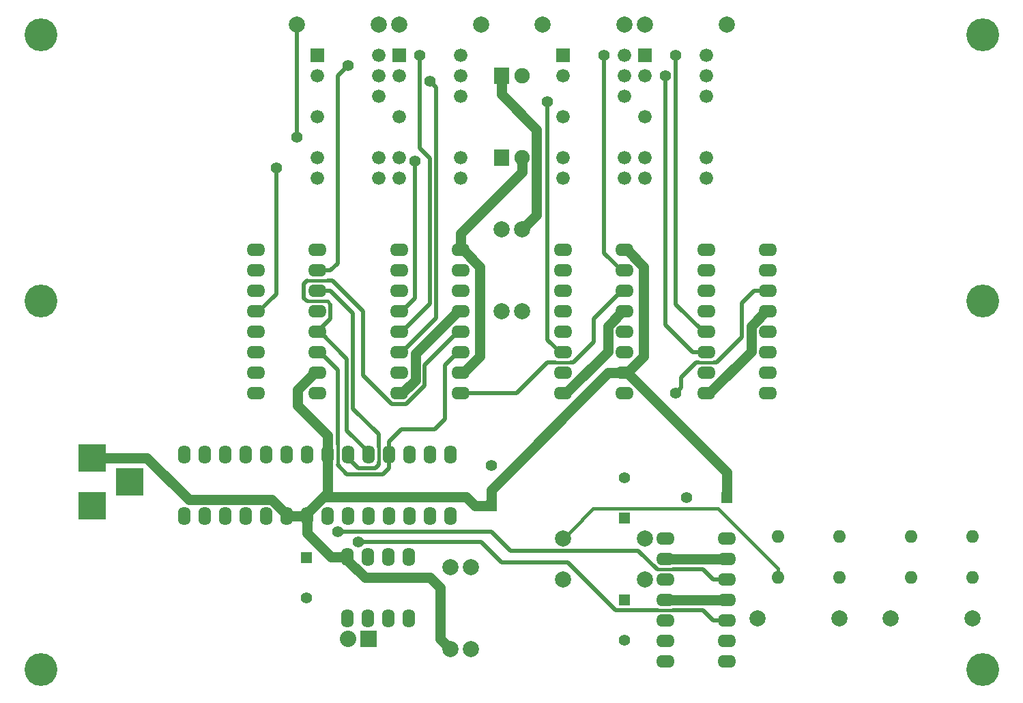
<source format=gbr>
G04 #@! TF.FileFunction,Copper,L1,Top,Signal*
%FSLAX46Y46*%
G04 Gerber Fmt 4.6, Leading zero omitted, Abs format (unit mm)*
G04 Created by KiCad (PCBNEW (2015-12-07 BZR 6352)-product) date Fri 22 Apr 2016 06:39:40 PM EDT*
%MOMM*%
G01*
G04 APERTURE LIST*
%ADD10C,0.100000*%
%ADD11R,1.676400X1.676400*%
%ADD12C,1.676400*%
%ADD13R,3.500120X3.500120*%
%ADD14O,2.300000X1.600000*%
%ADD15R,1.400000X1.400000*%
%ADD16C,1.400000*%
%ADD17R,1.900000X2.000000*%
%ADD18C,1.900000*%
%ADD19O,1.600000X2.300000*%
%ADD20C,1.998980*%
%ADD21O,1.600000X1.600000*%
%ADD22R,2.032000X2.032000*%
%ADD23O,2.032000X2.032000*%
%ADD24C,4.064000*%
%ADD25C,1.270000*%
%ADD26C,0.508000*%
%ADD27C,0.431800*%
G04 APERTURE END LIST*
D10*
D11*
X49530000Y81280000D03*
D12*
X49530000Y78740000D03*
X49530000Y73660000D03*
X49530000Y68580000D03*
X49530000Y66040000D03*
X57150000Y66040000D03*
X57150000Y68580000D03*
X57150000Y76200000D03*
X57150000Y78740000D03*
X57150000Y81280000D03*
D13*
X11430000Y31399480D03*
X11430000Y25400000D03*
X16129000Y28399740D03*
D14*
X82550000Y21350000D03*
X82550000Y18810000D03*
X82550000Y16270000D03*
X82550000Y13730000D03*
X82550000Y11190000D03*
X82550000Y8650000D03*
X82550000Y6110000D03*
X90170000Y6110000D03*
X90170000Y8650000D03*
X90170000Y11190000D03*
X90170000Y13730000D03*
X90170000Y16270000D03*
X90170000Y18810000D03*
X90170000Y21350000D03*
D11*
X80010000Y81280000D03*
D12*
X80010000Y78740000D03*
X80010000Y73660000D03*
X80010000Y68580000D03*
X80010000Y66040000D03*
X87630000Y66040000D03*
X87630000Y68580000D03*
X87630000Y76200000D03*
X87630000Y78740000D03*
X87630000Y81280000D03*
D14*
X31750000Y57150000D03*
X31750000Y54610000D03*
X31750000Y52070000D03*
X31750000Y49530000D03*
X31750000Y46990000D03*
X31750000Y44450000D03*
X31750000Y41910000D03*
X31750000Y39370000D03*
X39370000Y39370000D03*
X39370000Y41910000D03*
X39370000Y44450000D03*
X39370000Y46990000D03*
X39370000Y49530000D03*
X39370000Y52070000D03*
X39370000Y54610000D03*
X39370000Y57150000D03*
D15*
X77470000Y13730000D03*
D16*
X77470000Y8730000D03*
D15*
X77470000Y23890000D03*
D16*
X77470000Y28890000D03*
D15*
X38060000Y18970000D03*
D16*
X38060000Y13970000D03*
D15*
X60960000Y25400000D03*
D16*
X60960000Y30400000D03*
D15*
X90170000Y26430000D03*
D16*
X85170000Y26430000D03*
D17*
X62230000Y68580000D03*
D18*
X64770000Y68580000D03*
D17*
X62230000Y78740000D03*
D18*
X64770000Y78740000D03*
D19*
X55880000Y31750000D03*
X53340000Y31750000D03*
X50800000Y31750000D03*
X48260000Y31750000D03*
X45720000Y31750000D03*
X43180000Y31750000D03*
X40640000Y31750000D03*
X38100000Y31750000D03*
X35560000Y31750000D03*
X33020000Y31750000D03*
X30480000Y31750000D03*
X27940000Y31750000D03*
X25400000Y31750000D03*
X22860000Y31750000D03*
X22860000Y24130000D03*
X25400000Y24130000D03*
X27940000Y24130000D03*
X30480000Y24130000D03*
X33020000Y24130000D03*
X35560000Y24130000D03*
X38100000Y24130000D03*
X40640000Y24130000D03*
X43180000Y24130000D03*
X45720000Y24130000D03*
X48260000Y24130000D03*
X50800000Y24130000D03*
X53340000Y24130000D03*
X55880000Y24130000D03*
D20*
X80010000Y16270000D03*
X69850000Y16270000D03*
X80010000Y21350000D03*
X69850000Y21350000D03*
X36830000Y85090000D03*
X46990000Y85090000D03*
X59690000Y85090000D03*
X49530000Y85090000D03*
X67310000Y85090000D03*
X77470000Y85090000D03*
X90170000Y85090000D03*
X80010000Y85090000D03*
X62230000Y59690000D03*
X62230000Y49530000D03*
X64770000Y59690000D03*
X64770000Y49530000D03*
X104140000Y11430000D03*
X93980000Y11430000D03*
X120650000Y11430000D03*
X110490000Y11430000D03*
D21*
X96520000Y21590000D03*
X96520000Y16510000D03*
X104140000Y16510000D03*
X104140000Y21590000D03*
X113030000Y21590000D03*
X113030000Y16510000D03*
X120650000Y16510000D03*
X120650000Y21590000D03*
D19*
X43140000Y11430000D03*
X45680000Y11430000D03*
X48220000Y11430000D03*
X50760000Y11430000D03*
X50760000Y19050000D03*
X48220000Y19050000D03*
X45680000Y19050000D03*
X43140000Y19050000D03*
D14*
X49530000Y57150000D03*
X49530000Y54610000D03*
X49530000Y52070000D03*
X49530000Y49530000D03*
X49530000Y46990000D03*
X49530000Y44450000D03*
X49530000Y41910000D03*
X49530000Y39370000D03*
X57150000Y39370000D03*
X57150000Y41910000D03*
X57150000Y44450000D03*
X57150000Y46990000D03*
X57150000Y49530000D03*
X57150000Y52070000D03*
X57150000Y54610000D03*
X57150000Y57150000D03*
X69850000Y57150000D03*
X69850000Y54610000D03*
X69850000Y52070000D03*
X69850000Y49530000D03*
X69850000Y46990000D03*
X69850000Y44450000D03*
X69850000Y41910000D03*
X69850000Y39370000D03*
X77470000Y39370000D03*
X77470000Y41910000D03*
X77470000Y44450000D03*
X77470000Y46990000D03*
X77470000Y49530000D03*
X77470000Y52070000D03*
X77470000Y54610000D03*
X77470000Y57150000D03*
X87630000Y57150000D03*
X87630000Y54610000D03*
X87630000Y52070000D03*
X87630000Y49530000D03*
X87630000Y46990000D03*
X87630000Y44450000D03*
X87630000Y41910000D03*
X87630000Y39370000D03*
X95250000Y39370000D03*
X95250000Y41910000D03*
X95250000Y44450000D03*
X95250000Y46990000D03*
X95250000Y49530000D03*
X95250000Y52070000D03*
X95250000Y54610000D03*
X95250000Y57150000D03*
D11*
X39370000Y81280000D03*
D12*
X39370000Y78740000D03*
X39370000Y73660000D03*
X39370000Y68580000D03*
X39370000Y66040000D03*
X46990000Y66040000D03*
X46990000Y68580000D03*
X46990000Y76200000D03*
X46990000Y78740000D03*
X46990000Y81280000D03*
D11*
X69850000Y81280000D03*
D12*
X69850000Y78740000D03*
X69850000Y73660000D03*
X69850000Y68580000D03*
X69850000Y66040000D03*
X77470000Y66040000D03*
X77470000Y68580000D03*
X77470000Y76200000D03*
X77470000Y78740000D03*
X77470000Y81280000D03*
D20*
X58420000Y17780000D03*
X58420000Y7620000D03*
X55880000Y17780000D03*
X55880000Y7620000D03*
D22*
X45720000Y8890000D03*
D23*
X43180000Y8890000D03*
D24*
X121920000Y83820000D03*
X121920000Y5080000D03*
X5080000Y5080000D03*
X5080000Y83820000D03*
X5080000Y50800000D03*
X121920000Y50800000D03*
D16*
X36830000Y71120000D03*
X34290000Y67310000D03*
X43180000Y80010000D03*
X51519825Y68216546D03*
X52070000Y81280000D03*
X53340000Y78105000D03*
X67945000Y75565000D03*
X83820000Y39370000D03*
X74930000Y81280000D03*
X83820000Y81280000D03*
X82550000Y78740000D03*
X44450000Y20955000D03*
X41910000Y22225000D03*
D25*
X51569010Y44299010D02*
X56800000Y49530000D01*
X51569010Y41059010D02*
X51569010Y44299010D01*
X56800000Y49530000D02*
X57150000Y49530000D01*
X49880000Y39370000D02*
X51569010Y41059010D01*
X49530000Y39370000D02*
X49880000Y39370000D01*
X87630000Y39370000D02*
X87980000Y39370000D01*
X87980000Y39370000D02*
X93210990Y44600990D01*
X93210990Y44600990D02*
X93210990Y47689610D01*
X93210990Y47689610D02*
X95051380Y49530000D01*
X95051380Y49530000D02*
X95250000Y49530000D01*
X69850000Y39370000D02*
X70200000Y39370000D01*
X70200000Y39370000D02*
X75430990Y44600990D01*
X75430990Y44600990D02*
X75430990Y47689610D01*
X75430990Y47689610D02*
X77271380Y49530000D01*
X77271380Y49530000D02*
X77470000Y49530000D01*
D26*
X40640000Y53340000D02*
X41275000Y53340000D01*
X41275000Y53340000D02*
X45085000Y49530000D01*
X45085000Y49530000D02*
X45085000Y41615195D01*
X45085000Y41615195D02*
X48638205Y38061990D01*
X48638205Y38061990D02*
X50421795Y38061990D01*
X50421795Y38061990D02*
X52712021Y40352216D01*
X52712021Y40352216D02*
X52712021Y42902021D01*
X52712021Y42902021D02*
X56800000Y46990000D01*
X56800000Y46990000D02*
X57150000Y46990000D01*
D27*
X38100000Y53340000D02*
X40640000Y53340000D01*
D26*
X37711990Y52951990D02*
X38100000Y53340000D01*
X38100000Y50800000D02*
X37711990Y51188010D01*
X37711990Y51188010D02*
X37711990Y52951990D01*
D27*
X40640000Y50800000D02*
X38100000Y50800000D01*
X41028010Y50411990D02*
X40640000Y50800000D01*
D26*
X39370000Y46990000D02*
X41028010Y48648010D01*
X41028010Y48648010D02*
X41028010Y50411990D01*
X43052989Y43657011D02*
X39720000Y46990000D01*
X39720000Y46990000D02*
X39370000Y46990000D01*
X43052989Y34767011D02*
X43052989Y43657011D01*
X45720000Y32100000D02*
X43052989Y34767011D01*
X45720000Y31750000D02*
X45720000Y32100000D01*
X43815000Y49283000D02*
X41028000Y52070000D01*
X46990000Y34290000D02*
X43815000Y37465000D01*
X41028000Y52070000D02*
X39370000Y52070000D01*
X46990000Y32679805D02*
X46990000Y34290000D01*
X43815000Y37465000D02*
X43815000Y49283000D01*
D27*
X46990000Y30820195D02*
X46990000Y32679805D01*
D26*
X46990000Y30480000D02*
X46990000Y30820195D01*
X46601990Y30091990D02*
X46990000Y30480000D01*
X43180000Y31750000D02*
X43180000Y31400000D01*
X43180000Y31400000D02*
X44488010Y30091990D01*
X44488010Y30091990D02*
X46601990Y30091990D01*
X48260000Y31750000D02*
X48260000Y33408000D01*
X48260000Y33408000D02*
X49777000Y34925000D01*
X49777000Y34925000D02*
X53975000Y34925000D01*
X55245000Y36195000D02*
X55245000Y42895000D01*
X53975000Y34925000D02*
X55245000Y36195000D01*
X55245000Y42895000D02*
X56800000Y44450000D01*
X56800000Y44450000D02*
X57150000Y44450000D01*
X47497979Y29329979D02*
X43060021Y29329979D01*
X43060021Y29329979D02*
X41910000Y30480000D01*
X48260000Y31750000D02*
X48260000Y30092000D01*
X48260000Y30092000D02*
X47497979Y29329979D01*
X41910000Y33020000D02*
X41910000Y42260000D01*
X41910000Y42260000D02*
X39720000Y44450000D01*
X39720000Y44450000D02*
X39370000Y44450000D01*
D27*
X41910000Y30480000D02*
X41910000Y33020000D01*
D25*
X60960000Y25400000D02*
X60960000Y27370000D01*
X60960000Y27370000D02*
X75500000Y41910000D01*
X75500000Y41910000D02*
X77470000Y41910000D01*
X57150000Y57150000D02*
X57150000Y59220000D01*
X57150000Y59220000D02*
X64770000Y66840000D01*
X64770000Y66840000D02*
X64770000Y68580000D01*
X40640000Y31750000D02*
X40640000Y34170000D01*
X39020000Y41910000D02*
X39370000Y41910000D01*
X40640000Y34170000D02*
X36950000Y37860000D01*
X36950000Y37860000D02*
X36950000Y39840000D01*
X36950000Y39840000D02*
X39020000Y41910000D01*
X57150000Y41910000D02*
X57500000Y41910000D01*
X59570000Y55080000D02*
X57500000Y57150000D01*
X57500000Y41910000D02*
X59570000Y43980000D01*
X59570000Y43980000D02*
X59570000Y55080000D01*
X57500000Y57150000D02*
X57150000Y57150000D01*
X77470000Y41910000D02*
X77820000Y41910000D01*
X77820000Y41910000D02*
X79890000Y43980000D01*
X79890000Y43980000D02*
X79890000Y55080000D01*
X79890000Y55080000D02*
X77820000Y57150000D01*
X77820000Y57150000D02*
X77470000Y57150000D01*
X90170000Y26430000D02*
X90170000Y29560000D01*
X90170000Y29560000D02*
X77820000Y41910000D01*
X54610000Y15240000D02*
X54610000Y8890000D01*
X54610000Y8890000D02*
X55880000Y7620000D01*
X53340000Y16510000D02*
X54610000Y15240000D01*
X45330000Y16510000D02*
X53340000Y16510000D01*
X43140000Y19050000D02*
X43140000Y18700000D01*
X43140000Y18700000D02*
X45330000Y16510000D01*
X43140000Y19050000D02*
X41070000Y19050000D01*
X41070000Y19050000D02*
X38100000Y22020000D01*
X38100000Y22020000D02*
X38100000Y24130000D01*
X11430000Y31399480D02*
X18229582Y31399480D01*
X18229582Y31399480D02*
X23460052Y26169010D01*
X23460052Y26169010D02*
X33719610Y26169010D01*
X33719610Y26169010D02*
X35560000Y24328620D01*
X35560000Y24328620D02*
X35560000Y24130000D01*
X38100000Y24130000D02*
X35560000Y24130000D01*
X40170000Y26550000D02*
X40640000Y27020000D01*
X40640000Y27020000D02*
X40640000Y31750000D01*
X60960000Y25400000D02*
X58990000Y25400000D01*
X38100000Y24480000D02*
X38100000Y24130000D01*
X58990000Y25400000D02*
X57840000Y26550000D01*
X57840000Y26550000D02*
X40170000Y26550000D01*
X40170000Y26550000D02*
X38100000Y24480000D01*
X64770000Y59690000D02*
X66609001Y61529001D01*
X62230000Y76470000D02*
X62230000Y78740000D01*
X66609001Y61529001D02*
X66609001Y72090999D01*
X66609001Y72090999D02*
X62230000Y76470000D01*
D26*
X36830000Y71120000D02*
X36830000Y85090000D01*
X32100000Y49530000D02*
X34290000Y51720000D01*
X34290000Y51720000D02*
X34290000Y67310000D01*
X31750000Y49530000D02*
X32100000Y49530000D01*
X41910000Y55492000D02*
X41910000Y78740000D01*
X41910000Y78740000D02*
X43180000Y80010000D01*
X39370000Y54610000D02*
X41028000Y54610000D01*
X41028000Y54610000D02*
X41910000Y55492000D01*
X39370000Y54610000D02*
X39720000Y54610000D01*
X49880000Y49530000D02*
X51519825Y51169825D01*
X49530000Y49530000D02*
X49880000Y49530000D01*
X51519825Y51169825D02*
X51519825Y68216546D01*
X52070000Y69841991D02*
X52070000Y81280000D01*
X53357963Y68554028D02*
X52070000Y69841991D01*
X49880000Y46990000D02*
X53357963Y50467963D01*
X49530000Y46990000D02*
X49880000Y46990000D01*
X53357963Y50467963D02*
X53357963Y68554028D01*
X49530000Y44450000D02*
X49880000Y44450000D01*
X54119973Y48689973D02*
X54119973Y77325027D01*
X54119973Y77325027D02*
X53340000Y78105000D01*
X49880000Y44450000D02*
X54119973Y48689973D01*
D27*
X68920195Y43180000D02*
X70779805Y43180000D01*
D26*
X71120000Y43180000D02*
X70779805Y43180000D01*
X73660000Y45720000D02*
X73660000Y48610000D01*
X73660000Y48610000D02*
X77120000Y52070000D01*
X77120000Y52070000D02*
X77470000Y52070000D01*
X71120000Y43180000D02*
X73660000Y45720000D01*
X67945000Y43180000D02*
X68920195Y43180000D01*
X64135000Y39370000D02*
X67945000Y43180000D01*
X57150000Y39370000D02*
X64135000Y39370000D01*
X69850000Y44450000D02*
X69500000Y44450000D01*
X69500000Y44450000D02*
X67945000Y46005000D01*
X67945000Y46005000D02*
X67945000Y75565000D01*
D27*
X86700195Y43180000D02*
X88559805Y43180000D01*
D26*
X88900000Y43180000D02*
X88559805Y43180000D01*
X95250000Y52070000D02*
X93592000Y52070000D01*
X93592000Y52070000D02*
X92067979Y50545979D01*
X92067979Y50545979D02*
X92067979Y46347979D01*
X92067979Y46347979D02*
X88900000Y43180000D01*
X86360000Y43180000D02*
X86700195Y43180000D01*
X84519999Y41339999D02*
X86360000Y43180000D01*
X83820000Y39370000D02*
X84519999Y40069999D01*
X84519999Y40069999D02*
X84519999Y41339999D01*
X77470000Y54610000D02*
X77120000Y54610000D01*
X74930000Y56800000D02*
X74930000Y81280000D01*
X77120000Y54610000D02*
X74930000Y56800000D01*
X87630000Y46990000D02*
X87280000Y46990000D01*
X87280000Y46990000D02*
X83820000Y50450000D01*
X83820000Y50450000D02*
X83820000Y81280000D01*
X82550000Y47872000D02*
X82550000Y78740000D01*
X87630000Y44450000D02*
X85972000Y44450000D01*
X85972000Y44450000D02*
X82550000Y47872000D01*
D27*
X83479895Y12459910D02*
X81620105Y12459910D01*
D26*
X90170000Y11190000D02*
X88512000Y11190000D01*
X88512000Y11190000D02*
X87242090Y12459910D01*
X87242090Y12459910D02*
X83479895Y12459910D01*
X76425688Y12459910D02*
X81620105Y12459910D01*
X76425688Y12459910D02*
X70485000Y18400598D01*
X59690000Y20955000D02*
X44450000Y20955000D01*
X70485000Y18400598D02*
X62244402Y18400598D01*
X62244402Y18400598D02*
X59690000Y20955000D01*
X81620105Y17539910D02*
X81520090Y17539910D01*
X81520090Y17539910D02*
X79217491Y19842509D01*
X79217491Y19842509D02*
X63342491Y19842509D01*
X63342491Y19842509D02*
X60960000Y22225000D01*
X60960000Y22225000D02*
X41910000Y22225000D01*
D27*
X83479895Y17539910D02*
X81620105Y17539910D01*
D26*
X90170000Y16270000D02*
X88512000Y16270000D01*
X87242090Y17539910D02*
X83479895Y17539910D01*
X88512000Y16270000D02*
X87242090Y17539910D01*
D27*
X96520000Y16510000D02*
X96520000Y17641370D01*
X96520000Y17641370D02*
X89101469Y25059901D01*
X89101469Y25059901D02*
X73559901Y25059901D01*
X73559901Y25059901D02*
X70849489Y22349489D01*
X70849489Y22349489D02*
X69850000Y21350000D01*
D25*
X82550000Y18810000D02*
X90170000Y18810000D01*
X82550000Y13730000D02*
X90170000Y13730000D01*
M02*

</source>
